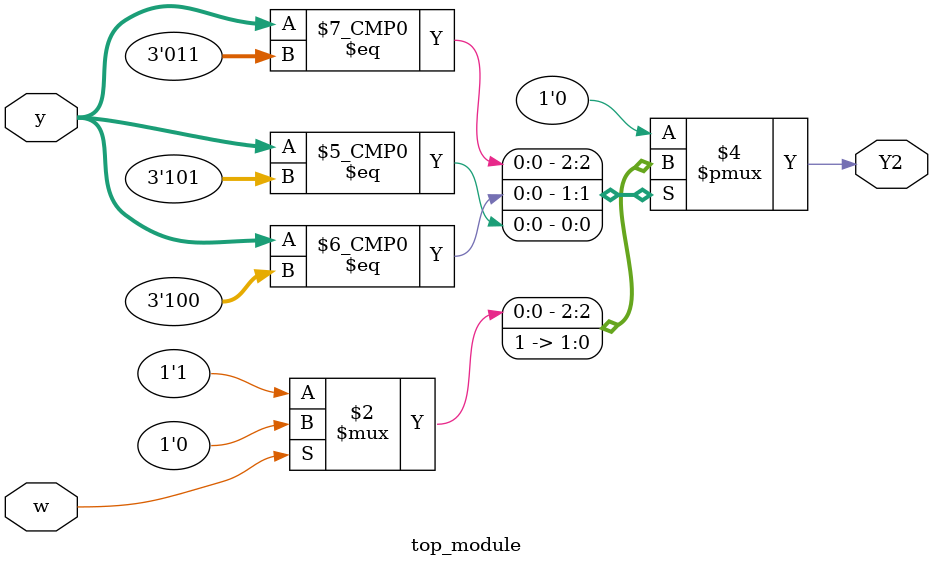
<source format=sv>
module top_module(
    input [3:1] y,
    input w,
    output reg Y2);

    // Define the states
    parameter A = 3'b000;
    parameter B = 3'b001;
    parameter C = 3'b010;
    parameter D = 3'b011;
    parameter E = 3'b100;
    parameter F = 3'b101;

    always @(*) begin
        case (y)
            A: Y2 = 1'b0;
            B: Y2 = 1'b0;
            C: Y2 = 1'b0;
            D: Y2 = w ? 1'b0 : 1'b1; 
            E: Y2 = 1'b1;
            F: Y2 = 1'b1;
            default: Y2 = 1'b0; // default case should never be hit
        endcase
    end

endmodule

</source>
